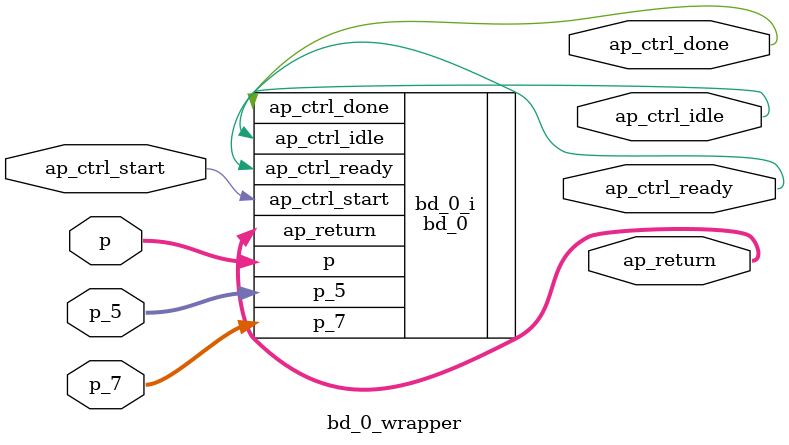
<source format=v>
`timescale 1 ps / 1 ps

module bd_0_wrapper
   (ap_ctrl_done,
    ap_ctrl_idle,
    ap_ctrl_ready,
    ap_ctrl_start,
    ap_return,
    p,
    p_5,
    p_7);
  output ap_ctrl_done;
  output ap_ctrl_idle;
  output ap_ctrl_ready;
  input ap_ctrl_start;
  output [31:0]ap_return;
  input [15:0]p;
  input [63:0]p_5;
  input [63:0]p_7;

  wire ap_ctrl_done;
  wire ap_ctrl_idle;
  wire ap_ctrl_ready;
  wire ap_ctrl_start;
  wire [31:0]ap_return;
  wire [15:0]p;
  wire [63:0]p_5;
  wire [63:0]p_7;

  bd_0 bd_0_i
       (.ap_ctrl_done(ap_ctrl_done),
        .ap_ctrl_idle(ap_ctrl_idle),
        .ap_ctrl_ready(ap_ctrl_ready),
        .ap_ctrl_start(ap_ctrl_start),
        .ap_return(ap_return),
        .p(p),
        .p_5(p_5),
        .p_7(p_7));
endmodule

</source>
